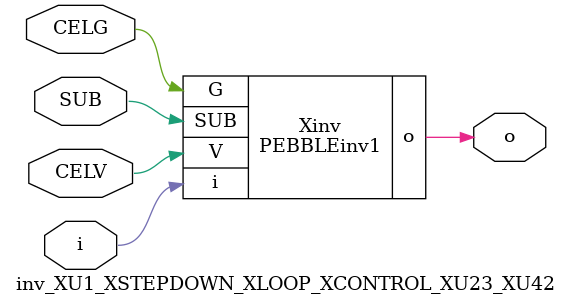
<source format=v>



module PEBBLEinv1 ( o, G, SUB, V, i );

  input V;
  input i;
  input G;
  output o;
  input SUB;
endmodule

//Celera Confidential Do Not Copy inv_XU1_XSTEPDOWN_XLOOP_XCONTROL_XU23_XU42
//Celera Confidential Symbol Generator
//5V Inverter
module inv_XU1_XSTEPDOWN_XLOOP_XCONTROL_XU23_XU42 (CELV,CELG,i,o,SUB);
input CELV;
input CELG;
input i;
input SUB;
output o;

//Celera Confidential Do Not Copy inv
PEBBLEinv1 Xinv(
.V (CELV),
.i (i),
.o (o),
.SUB (SUB),
.G (CELG)
);
//,diesize,PEBBLEinv1

//Celera Confidential Do Not Copy Module End
//Celera Schematic Generator
endmodule

</source>
